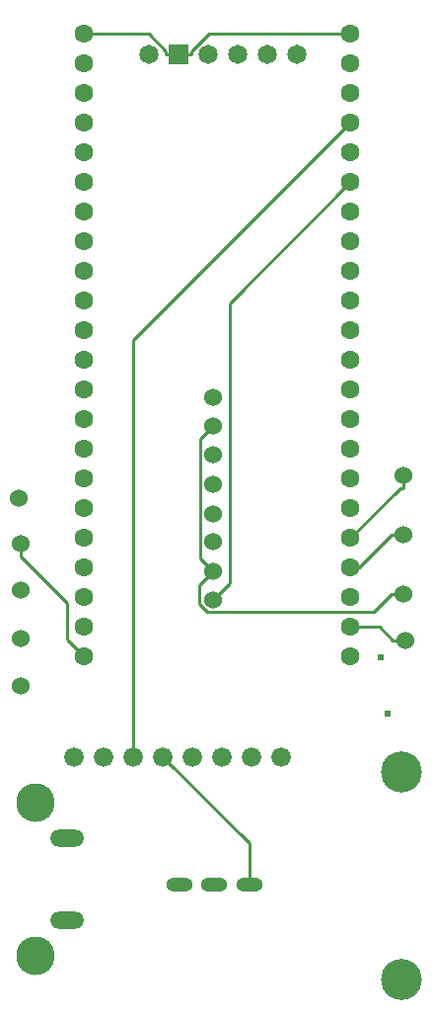
<source format=gbl>
G04 Layer: BottomLayer*
G04 EasyEDA v6.5.51, 2026-01-24 23:07:51*
G04 24400cab11b14a41ade87b5bf348eb15,64650944e1e6431b8ca2675abf886f56,10*
G04 Gerber Generator version 0.2*
G04 Scale: 100 percent, Rotated: No, Reflected: No *
G04 Dimensions in millimeters *
G04 leading zeros omitted , absolute positions ,4 integer and 5 decimal *
%FSLAX45Y45*%
%MOMM*%

%AMMACRO1*21,1,$1,$2,0,0,$3*%
%ADD10C,0.2540*%
%ADD11C,1.6000*%
%ADD12C,3.5159*%
%ADD13O,2.91592X1.45796*%
%ADD14C,3.3160*%
%ADD15C,1.6764*%
%ADD16O,2.299995X1.199998*%
%ADD17C,1.5240*%
%ADD18C,0.0195*%
%ADD19C,1.6500*%
%ADD20MACRO1,1.65X1.65X0.0000*%
%ADD21C,1.6500*%
%ADD22C,0.6096*%

%LPD*%
D10*
X1868299Y-1138405D02*
G01*
X1868299Y2427094D01*
X3733802Y4292597D01*
X3733802Y3784597D02*
G01*
X2696974Y2747769D01*
X2696974Y347469D01*
X2552702Y203197D01*
X2122299Y-1138405D02*
G01*
X2865401Y-1881507D01*
X2865401Y-2235202D01*
X3733802Y482597D02*
G01*
X3804897Y482597D01*
X4084297Y761997D01*
X4191002Y761997D02*
G01*
X4084297Y761997D01*
X3733802Y736597D02*
G01*
X4160497Y1163292D01*
X4191002Y1163292D01*
X4191002Y1269997D02*
G01*
X4191002Y1163292D01*
X1447802Y5054597D02*
G01*
X2000455Y5054597D01*
X2150137Y4904915D01*
X2150137Y4877305D01*
X2260602Y4877305D02*
G01*
X2150137Y4877305D01*
X3733802Y5054597D02*
G01*
X2520749Y5054597D01*
X2371067Y4904915D01*
X2371067Y4877305D01*
X2260602Y4877305D02*
G01*
X2371067Y4877305D01*
X901702Y579092D02*
G01*
X1301904Y178889D01*
X1301904Y-133504D01*
X1447802Y-279402D01*
X901702Y685797D02*
G01*
X901702Y579092D01*
X2552702Y1694533D02*
G01*
X2444523Y1586354D01*
X2444523Y559940D01*
X2552702Y451761D01*
X4191002Y253997D02*
G01*
X4084297Y253997D01*
X2552702Y451761D02*
G01*
X2435633Y334693D01*
X2435633Y167739D01*
X2504518Y98854D01*
X3929153Y98854D01*
X4084297Y253997D01*
X3733802Y-25402D02*
G01*
X3982697Y-25402D01*
X4096997Y-139702D01*
X4203702Y-139702D02*
G01*
X4096997Y-139702D01*
D11*
G01*
X3733800Y-279397D03*
G01*
X3733800Y-25397D03*
G01*
X3733800Y228602D03*
G01*
X3733800Y482602D03*
G01*
X3733800Y736602D03*
G01*
X3733800Y990602D03*
G01*
X3733800Y1244602D03*
G01*
X3733800Y1498602D03*
G01*
X3733800Y1752602D03*
G01*
X3733800Y2006602D03*
G01*
X3733800Y2260602D03*
G01*
X3733800Y2514602D03*
G01*
X3733800Y2768602D03*
G01*
X3733800Y3022602D03*
G01*
X3733800Y3276602D03*
G01*
X3733800Y3530602D03*
G01*
X3733800Y3784602D03*
G01*
X3733800Y4038602D03*
G01*
X3733800Y4292602D03*
G01*
X3733800Y4546602D03*
G01*
X3733800Y4800602D03*
G01*
X3733800Y5054602D03*
G01*
X1447800Y5054602D03*
G01*
X1447800Y4800602D03*
G01*
X1447800Y4546602D03*
G01*
X1447800Y4292602D03*
G01*
X1447800Y4038602D03*
G01*
X1447800Y3784602D03*
G01*
X1447800Y3530602D03*
G01*
X1447800Y3276602D03*
G01*
X1447800Y3022602D03*
G01*
X1447800Y2768602D03*
G01*
X1447800Y2514602D03*
G01*
X1447800Y2260602D03*
G01*
X1447800Y2006602D03*
G01*
X1447800Y1752602D03*
G01*
X1447800Y1498602D03*
G01*
X1447800Y1244602D03*
G01*
X1447800Y990602D03*
G01*
X1447800Y736602D03*
G01*
X1447800Y482602D03*
G01*
X1447800Y228602D03*
G01*
X1447800Y-25397D03*
G01*
X1447800Y-279397D03*
D12*
G01*
X4166997Y-3043402D03*
G01*
X4166997Y-1265402D03*
D13*
G01*
X1301114Y-1836140D03*
G01*
X1301114Y-2536139D03*
D14*
G01*
X1030096Y-1529156D03*
G01*
X1030096Y-2843148D03*
D15*
G01*
X3138297Y-1138402D03*
G01*
X2884297Y-1138402D03*
G01*
X2630297Y-1138402D03*
G01*
X2376297Y-1138402D03*
G01*
X2122297Y-1138402D03*
G01*
X1868296Y-1138402D03*
G01*
X1614296Y-1138402D03*
G01*
X1360296Y-1138402D03*
D16*
G01*
X2865399Y-2235200D03*
G01*
X2565400Y-2235200D03*
G01*
X2265400Y-2235200D03*
D17*
G01*
X2552700Y1694535D03*
G01*
X2552700Y1445996D03*
G01*
X2552700Y1197432D03*
G01*
X2552700Y939800D03*
G01*
X2552700Y700303D03*
G01*
X2552700Y451764D03*
G01*
X2552700Y203200D03*
G01*
X2552700Y1943100D03*
D19*
G01*
X3276345Y4877054D03*
G01*
X3022345Y4877054D03*
G01*
X2768600Y4876545D03*
G01*
X2514600Y4877307D03*
D20*
G01*
X2260597Y4877302D03*
D21*
G01*
X2006600Y4876800D03*
D17*
G01*
X889002Y1079497D03*
G01*
X901702Y685797D03*
G01*
X901702Y292097D03*
G01*
X901702Y-127002D03*
G01*
X901702Y-533402D03*
G01*
X4191002Y1269997D03*
G01*
X4191002Y761997D03*
G01*
X4191002Y253997D03*
G01*
X4203702Y-139702D03*
D22*
G01*
X3989885Y-284482D03*
G01*
X4051302Y-771451D03*
M02*

</source>
